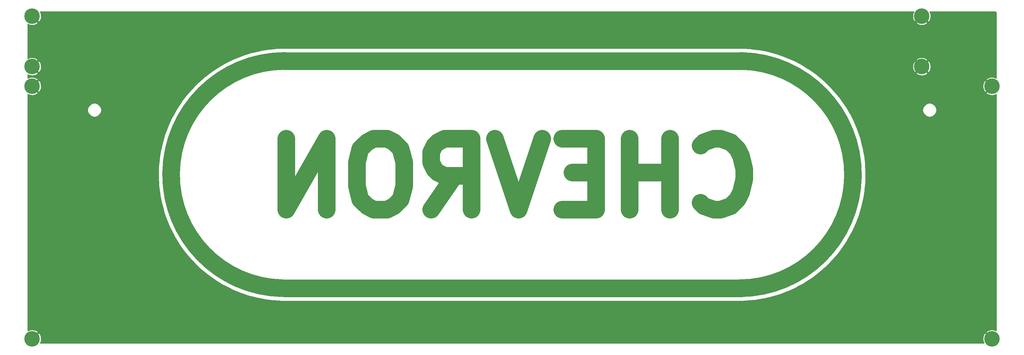
<source format=gbl>
G04 #@! TF.GenerationSoftware,KiCad,Pcbnew,(5.1.4)-1*
G04 #@! TF.CreationDate,2023-05-14T00:04:49+08:00*
G04 #@! TF.ProjectId,bottom,626f7474-6f6d-42e6-9b69-6361645f7063,rev?*
G04 #@! TF.SameCoordinates,Original*
G04 #@! TF.FileFunction,Copper,L2,Bot*
G04 #@! TF.FilePolarity,Positive*
%FSLAX46Y46*%
G04 Gerber Fmt 4.6, Leading zero omitted, Abs format (unit mm)*
G04 Created by KiCad (PCBNEW (5.1.4)-1) date 2023-05-14 00:04:49*
%MOMM*%
%LPD*%
G04 APERTURE LIST*
%ADD10C,5.000000*%
%ADD11C,0.700000*%
%ADD12C,4.400000*%
%ADD13C,0.254000*%
G04 APERTURE END LIST*
D10*
X193498875Y-69856100D02*
X64293912Y-69850176D01*
X193498875Y-5562188D02*
X64293912Y-5556264D01*
X193498875Y-5562188D02*
G75*
G02X192881736Y-69850176I-617139J-32141032D01*
G01*
X63676773Y-69844252D02*
G75*
G02X64293912Y-5556264I617139J32141032D01*
G01*
X181841842Y-45639829D02*
X182794223Y-46592210D01*
X185651366Y-47544591D01*
X187556128Y-47544591D01*
X190413271Y-46592210D01*
X192318033Y-44687448D01*
X193270414Y-42782686D01*
X194222795Y-38973162D01*
X194222795Y-36116019D01*
X193270414Y-32306495D01*
X192318033Y-30401733D01*
X190413271Y-28496972D01*
X187556128Y-27544591D01*
X185651366Y-27544591D01*
X182794223Y-28496972D01*
X181841842Y-29449352D01*
X173270414Y-47544591D02*
X173270414Y-27544591D01*
X173270414Y-37068400D02*
X161841842Y-37068400D01*
X161841842Y-47544591D02*
X161841842Y-27544591D01*
X152318033Y-37068400D02*
X145651366Y-37068400D01*
X142794223Y-47544591D02*
X152318033Y-47544591D01*
X152318033Y-27544591D01*
X142794223Y-27544591D01*
X137079938Y-27544591D02*
X130413271Y-47544591D01*
X123746604Y-27544591D01*
X105651366Y-47544591D02*
X112318033Y-38020781D01*
X117079938Y-47544591D02*
X117079938Y-27544591D01*
X109460890Y-27544591D01*
X107556128Y-28496972D01*
X106603747Y-29449352D01*
X105651366Y-31354114D01*
X105651366Y-34211257D01*
X106603747Y-36116019D01*
X107556128Y-37068400D01*
X109460890Y-38020781D01*
X117079938Y-38020781D01*
X93270414Y-27544591D02*
X89460890Y-27544591D01*
X87556128Y-28496972D01*
X85651366Y-30401733D01*
X84698985Y-34211257D01*
X84698985Y-40877924D01*
X85651366Y-44687448D01*
X87556128Y-46592210D01*
X89460890Y-47544591D01*
X93270414Y-47544591D01*
X95175176Y-46592210D01*
X97079938Y-44687448D01*
X98032319Y-40877924D01*
X98032319Y-34211257D01*
X97079938Y-30401733D01*
X95175176Y-28496972D01*
X93270414Y-27544591D01*
X76127557Y-47544591D02*
X76127557Y-27544591D01*
X64698985Y-47544591D01*
X64698985Y-27544591D01*
D11*
X245642344Y8310494D03*
X244475618Y8793768D03*
X243308892Y8310494D03*
X242825618Y7143768D03*
X243308892Y5977042D03*
X244475618Y5493768D03*
X245642344Y5977042D03*
X246125618Y7143768D03*
D12*
X244475618Y7143768D03*
D11*
X245642344Y-5977044D03*
X244475618Y-5493770D03*
X243308892Y-5977044D03*
X242825618Y-7143770D03*
X243308892Y-8310496D03*
X244475618Y-8793770D03*
X245642344Y-8310496D03*
X246125618Y-7143770D03*
D12*
X244475618Y-7143770D03*
D11*
X265486142Y-82970986D03*
X264319416Y-82487712D03*
X263152690Y-82970986D03*
X262669416Y-84137712D03*
X263152690Y-85304438D03*
X264319416Y-85787712D03*
X265486142Y-85304438D03*
X265969416Y-84137712D03*
D12*
X264319416Y-84137712D03*
D11*
X265486142Y-11533306D03*
X264319416Y-11050032D03*
X263152690Y-11533306D03*
X262669416Y-12700032D03*
X263152690Y-13866758D03*
X264319416Y-14350032D03*
X265486142Y-13866758D03*
X265969416Y-12700032D03*
D12*
X264319416Y-12700032D03*
D11*
X-5977042Y-82970986D03*
X-7143768Y-82487712D03*
X-8310494Y-82970986D03*
X-8793768Y-84137712D03*
X-8310494Y-85304438D03*
X-7143768Y-85787712D03*
X-5977042Y-85304438D03*
X-5493768Y-84137712D03*
D12*
X-7143768Y-84137712D03*
D11*
X-5977042Y-11533306D03*
X-7143768Y-11050032D03*
X-8310494Y-11533306D03*
X-8793768Y-12700032D03*
X-8310494Y-13866758D03*
X-7143768Y-14350032D03*
X-5977042Y-13866758D03*
X-5493768Y-12700032D03*
D12*
X-7143768Y-12700032D03*
D11*
X-5977042Y-5977044D03*
X-7143768Y-5493770D03*
X-8310494Y-5977044D03*
X-8793768Y-7143770D03*
X-8310494Y-8310496D03*
X-7143768Y-8793770D03*
X-5977042Y-8310496D03*
X-5493768Y-7143770D03*
D12*
X-7143768Y-7143770D03*
D11*
X-5977042Y8310494D03*
X-7143768Y8793768D03*
X-8310494Y8310494D03*
X-8793768Y7143768D03*
X-8310494Y5977042D03*
X-7143768Y5493768D03*
X-5977042Y5977042D03*
X-5493768Y7143768D03*
D12*
X-7143768Y7143768D03*
D13*
G36*
X242070015Y8112920D02*
G01*
X241927166Y7624988D01*
X241882252Y7118563D01*
X241937000Y6613107D01*
X242089306Y6128044D01*
X242305310Y5723928D01*
X242621578Y5469333D01*
X244296013Y7143768D01*
X244281871Y7157911D01*
X244461476Y7337516D01*
X244475618Y7323373D01*
X244489761Y7337516D01*
X244669366Y7157911D01*
X244655223Y7143768D01*
X246329658Y5469333D01*
X246645926Y5723928D01*
X246881221Y6174616D01*
X247024070Y6662548D01*
X247068984Y7168973D01*
X247014236Y7674429D01*
X246861930Y8159492D01*
X246747795Y8373024D01*
X265056825Y8373024D01*
X265196686Y8359310D01*
X265277020Y8335056D01*
X265351115Y8295659D01*
X265416147Y8242620D01*
X265469636Y8177963D01*
X265509551Y8104142D01*
X265534366Y8023977D01*
X265548672Y7887864D01*
X265548672Y-10430224D01*
X265288568Y-10294429D01*
X264800636Y-10151580D01*
X264294211Y-10106666D01*
X263788755Y-10161414D01*
X263303692Y-10313720D01*
X262899576Y-10529724D01*
X262644981Y-10845992D01*
X264319416Y-12520427D01*
X264333559Y-12506285D01*
X264513164Y-12685890D01*
X264499021Y-12700032D01*
X264513164Y-12714175D01*
X264333559Y-12893780D01*
X264319416Y-12879637D01*
X262644981Y-14554072D01*
X262899576Y-14870340D01*
X263350264Y-15105635D01*
X263838196Y-15248484D01*
X264344621Y-15293398D01*
X264850077Y-15238650D01*
X265335140Y-15086344D01*
X265548672Y-14972209D01*
X265548673Y-81867904D01*
X265288568Y-81732109D01*
X264800636Y-81589260D01*
X264294211Y-81544346D01*
X263788755Y-81599094D01*
X263303692Y-81751400D01*
X262899576Y-81967404D01*
X262644981Y-82283672D01*
X264319416Y-83958107D01*
X264333559Y-83943965D01*
X264513164Y-84123570D01*
X264499021Y-84137712D01*
X264513164Y-84151855D01*
X264333559Y-84331460D01*
X264319416Y-84317317D01*
X264305274Y-84331460D01*
X264125669Y-84151855D01*
X264139811Y-84137712D01*
X262465376Y-82463277D01*
X262149108Y-82717872D01*
X261913813Y-83168560D01*
X261770964Y-83656492D01*
X261726050Y-84162917D01*
X261780798Y-84668373D01*
X261933104Y-85153436D01*
X262047239Y-85366968D01*
X-4873960Y-85366968D01*
X-4738165Y-85106864D01*
X-4595316Y-84618932D01*
X-4550402Y-84112507D01*
X-4605150Y-83607051D01*
X-4757456Y-83121988D01*
X-4973460Y-82717872D01*
X-5289728Y-82463277D01*
X-6964163Y-84137712D01*
X-6950021Y-84151855D01*
X-7129626Y-84331460D01*
X-7143768Y-84317317D01*
X-7157911Y-84331460D01*
X-7337516Y-84151855D01*
X-7323373Y-84137712D01*
X-7337516Y-84123570D01*
X-7157911Y-83943965D01*
X-7143768Y-83958107D01*
X-5469333Y-82283672D01*
X-5723928Y-81967404D01*
X-6174616Y-81732109D01*
X-6662548Y-81589260D01*
X-7168973Y-81544346D01*
X-7674429Y-81599094D01*
X-8159492Y-81751400D01*
X-8373024Y-81865535D01*
X-8373024Y-38138535D01*
X28524590Y-38138535D01*
X28527898Y-38349052D01*
X28528567Y-38391662D01*
X28642088Y-40632614D01*
X28663712Y-40884850D01*
X28933278Y-43112422D01*
X28933278Y-43112425D01*
X28972445Y-43362538D01*
X29396739Y-45565864D01*
X29396742Y-45565881D01*
X29417417Y-45656153D01*
X29453261Y-45812655D01*
X29453265Y-45812669D01*
X30030222Y-47981031D01*
X30087599Y-48169881D01*
X30103816Y-48223259D01*
X30830630Y-50346109D01*
X30889357Y-50499899D01*
X30920942Y-50582613D01*
X31794068Y-52649592D01*
X31900658Y-52879221D01*
X31900664Y-52879232D01*
X32915837Y-54880247D01*
X32915842Y-54880259D01*
X32916902Y-54882179D01*
X33038190Y-55101892D01*
X33038203Y-55101913D01*
X34190475Y-57027218D01*
X34190487Y-57027240D01*
X34252382Y-57122915D01*
X34327998Y-57239800D01*
X34328008Y-57239813D01*
X35611793Y-59080076D01*
X35763796Y-59282526D01*
X35763808Y-59282540D01*
X37172822Y-61028749D01*
X37172835Y-61028767D01*
X37219994Y-61083208D01*
X37338591Y-61220120D01*
X37338605Y-61220134D01*
X38865996Y-62863803D01*
X38866009Y-62863818D01*
X39044708Y-63043142D01*
X40683066Y-64576289D01*
X40869960Y-64739327D01*
X40873838Y-64742710D01*
X42615133Y-66157822D01*
X42615150Y-66157837D01*
X42817067Y-66310545D01*
X44652838Y-67600746D01*
X44652851Y-67600756D01*
X44864929Y-67739008D01*
X46786243Y-68898019D01*
X47007449Y-69021140D01*
X49004919Y-70043297D01*
X49004930Y-70043303D01*
X49234185Y-70150694D01*
X51298105Y-71031030D01*
X51534292Y-71122167D01*
X51534301Y-71122170D01*
X53654574Y-71856379D01*
X53654591Y-71856386D01*
X53780008Y-71894969D01*
X53896563Y-71930826D01*
X53896575Y-71930829D01*
X56062912Y-72515352D01*
X56309485Y-72572732D01*
X56309513Y-72572736D01*
X58511313Y-73004713D01*
X58511335Y-73004718D01*
X58717938Y-73037810D01*
X58761309Y-73044757D01*
X58761313Y-73044757D01*
X60987929Y-73322097D01*
X61240088Y-73344602D01*
X63480629Y-73465945D01*
X63733744Y-73470805D01*
X63943276Y-73460190D01*
X64115568Y-73477167D01*
X193676886Y-73483108D01*
X194017315Y-73449594D01*
X194599923Y-73434847D01*
X194708921Y-73428276D01*
X194817953Y-73422752D01*
X197053551Y-73231093D01*
X197053577Y-73231092D01*
X197274491Y-73204358D01*
X197304906Y-73200677D01*
X197304910Y-73200676D01*
X199521686Y-72853538D01*
X199521714Y-72853535D01*
X199770308Y-72805663D01*
X201957503Y-72304728D01*
X202202152Y-72239632D01*
X202202176Y-72239624D01*
X204349064Y-71587350D01*
X204349072Y-71587348D01*
X204588584Y-71505345D01*
X206684751Y-70704896D01*
X206684776Y-70704887D01*
X206801617Y-70655531D01*
X206917985Y-70606376D01*
X206918019Y-70606359D01*
X208953208Y-69661655D01*
X208953232Y-69661645D01*
X209103013Y-69585657D01*
X209179001Y-69547106D01*
X209179013Y-69547099D01*
X211143389Y-68462705D01*
X211360618Y-68332696D01*
X213244579Y-67113907D01*
X213334277Y-67051333D01*
X213452210Y-66969062D01*
X215246562Y-65621824D01*
X215443583Y-65462848D01*
X215443597Y-65462835D01*
X217139585Y-63993725D01*
X217325036Y-63821393D01*
X218914427Y-62237541D01*
X218918500Y-62233189D01*
X219087406Y-62052692D01*
X220562441Y-60361827D01*
X220722103Y-60165362D01*
X222075588Y-58375734D01*
X222075595Y-58375725D01*
X222221164Y-58168601D01*
X223446522Y-56288907D01*
X223450586Y-56282171D01*
X223577289Y-56072132D01*
X224668540Y-54111540D01*
X224783867Y-53886172D01*
X224783868Y-53886170D01*
X225735695Y-51854237D01*
X225735697Y-51854234D01*
X225822977Y-51649609D01*
X225835020Y-51621374D01*
X225835021Y-51621370D01*
X226642790Y-49527986D01*
X226682317Y-49413840D01*
X226725628Y-49288765D01*
X227385404Y-47144133D01*
X227392445Y-47118040D01*
X227400857Y-47086862D01*
X227451354Y-46899713D01*
X227451358Y-46899694D01*
X227959919Y-44714278D01*
X227969333Y-44666296D01*
X228008658Y-44465854D01*
X228363537Y-42250270D01*
X228365846Y-42231734D01*
X228394828Y-41999052D01*
X228594292Y-39764110D01*
X228607983Y-39511319D01*
X228607983Y-39511317D01*
X228651058Y-37267905D01*
X228647081Y-37014775D01*
X228647081Y-37014771D01*
X228533560Y-34773827D01*
X228511936Y-34521590D01*
X228242370Y-32294016D01*
X228242370Y-32294015D01*
X228203203Y-32043902D01*
X227778905Y-29840558D01*
X227722387Y-29593786D01*
X227722385Y-29593779D01*
X227145426Y-27425408D01*
X227071832Y-27183180D01*
X227071829Y-27183171D01*
X226345018Y-25060331D01*
X226254706Y-24823826D01*
X226254695Y-24823802D01*
X225381580Y-22756848D01*
X225274990Y-22527219D01*
X225274984Y-22527208D01*
X224259806Y-20526182D01*
X224137458Y-20304548D01*
X223500532Y-19240323D01*
X244743714Y-19240323D01*
X244743714Y-19625677D01*
X244818893Y-20003628D01*
X244966362Y-20359649D01*
X245180453Y-20680060D01*
X245452940Y-20952547D01*
X245773351Y-21166638D01*
X246129372Y-21314107D01*
X246507323Y-21389286D01*
X246892677Y-21389286D01*
X247270628Y-21314107D01*
X247626649Y-21166638D01*
X247947060Y-20952547D01*
X248219547Y-20680060D01*
X248433638Y-20359649D01*
X248581107Y-20003628D01*
X248656286Y-19625677D01*
X248656286Y-19240323D01*
X248581107Y-18862372D01*
X248433638Y-18506351D01*
X248219547Y-18185940D01*
X247947060Y-17913453D01*
X247626649Y-17699362D01*
X247270628Y-17551893D01*
X246892677Y-17476714D01*
X246507323Y-17476714D01*
X246129372Y-17551893D01*
X245773351Y-17699362D01*
X245452940Y-17913453D01*
X245180453Y-18185940D01*
X244966362Y-18506351D01*
X244818893Y-18862372D01*
X244743714Y-19240323D01*
X223500532Y-19240323D01*
X222985173Y-18379222D01*
X222985161Y-18379200D01*
X222847650Y-18166641D01*
X221563855Y-16326364D01*
X221411852Y-16123915D01*
X220002812Y-14377673D01*
X219958654Y-14326695D01*
X219837058Y-14186321D01*
X218479335Y-12725237D01*
X261726050Y-12725237D01*
X261780798Y-13230693D01*
X261933104Y-13715756D01*
X262149108Y-14119872D01*
X262465376Y-14374467D01*
X264139811Y-12700032D01*
X262465376Y-11025597D01*
X262149108Y-11280192D01*
X261913813Y-11730880D01*
X261770964Y-12218812D01*
X261726050Y-12725237D01*
X218479335Y-12725237D01*
X218309652Y-12542637D01*
X218309639Y-12542622D01*
X218130940Y-12363298D01*
X216492583Y-10830151D01*
X216301810Y-10663729D01*
X216301807Y-10663726D01*
X214560515Y-9248618D01*
X214560498Y-9248603D01*
X214358581Y-9095895D01*
X214219021Y-8997810D01*
X242801183Y-8997810D01*
X243055778Y-9314078D01*
X243506466Y-9549373D01*
X243994398Y-9692222D01*
X244500823Y-9737136D01*
X245006279Y-9682388D01*
X245491342Y-9530082D01*
X245895458Y-9314078D01*
X246150053Y-8997810D01*
X244475618Y-7323375D01*
X242801183Y-8997810D01*
X214219021Y-8997810D01*
X212522810Y-7805694D01*
X212522797Y-7805684D01*
X212324792Y-7676607D01*
X212310718Y-7667432D01*
X212310709Y-7667427D01*
X211484417Y-7168975D01*
X241882252Y-7168975D01*
X241937000Y-7674431D01*
X242089306Y-8159494D01*
X242305310Y-8563610D01*
X242621578Y-8818205D01*
X244296013Y-7143770D01*
X244655223Y-7143770D01*
X246329658Y-8818205D01*
X246645926Y-8563610D01*
X246881221Y-8112922D01*
X247024070Y-7624990D01*
X247068984Y-7118565D01*
X247014236Y-6613109D01*
X246861930Y-6128046D01*
X246645926Y-5723930D01*
X246329658Y-5469335D01*
X244655223Y-7143770D01*
X244296013Y-7143770D01*
X242621578Y-5469335D01*
X242305310Y-5723930D01*
X242070015Y-6174618D01*
X241927166Y-6662550D01*
X241882252Y-7168975D01*
X211484417Y-7168975D01*
X210389405Y-6508421D01*
X210168200Y-6385300D01*
X210168188Y-6385294D01*
X208170729Y-5363143D01*
X208170718Y-5363137D01*
X208014010Y-5289730D01*
X242801183Y-5289730D01*
X244475618Y-6964165D01*
X246150053Y-5289730D01*
X245895458Y-4973462D01*
X245444770Y-4738167D01*
X244956838Y-4595318D01*
X244450413Y-4550404D01*
X243944957Y-4605152D01*
X243459894Y-4757458D01*
X243055778Y-4973462D01*
X242801183Y-5289730D01*
X208014010Y-5289730D01*
X207998240Y-5282343D01*
X207941462Y-5255746D01*
X207941448Y-5255741D01*
X205877544Y-4375410D01*
X205641356Y-4284273D01*
X203521074Y-3550061D01*
X203521057Y-3550054D01*
X203381175Y-3507021D01*
X203279086Y-3475614D01*
X203279066Y-3475609D01*
X201112743Y-2891090D01*
X201112736Y-2891088D01*
X201060241Y-2878872D01*
X200866163Y-2833708D01*
X200866135Y-2833704D01*
X198664341Y-2401728D01*
X198664314Y-2401722D01*
X198414339Y-2361683D01*
X196187719Y-2084343D01*
X195935561Y-2061838D01*
X195935559Y-2061838D01*
X193774878Y-1944820D01*
X193677219Y-1935197D01*
X64115901Y-1929256D01*
X64070071Y-1933768D01*
X62575725Y-1971593D01*
X62466721Y-1978165D01*
X62357696Y-1983688D01*
X60122097Y-2175347D01*
X60122071Y-2175348D01*
X60011614Y-2188715D01*
X59870743Y-2205762D01*
X59870711Y-2205768D01*
X57653962Y-2552902D01*
X57653934Y-2552905D01*
X57405340Y-2600777D01*
X55218158Y-3101709D01*
X55218149Y-3101711D01*
X55213275Y-3103008D01*
X54973497Y-3166808D01*
X54973473Y-3166816D01*
X52826584Y-3819090D01*
X52826576Y-3819092D01*
X52587064Y-3901095D01*
X50490872Y-4701553D01*
X50257664Y-4800064D01*
X50257641Y-4800076D01*
X48222440Y-5744785D01*
X48222416Y-5744795D01*
X48089377Y-5812290D01*
X47996647Y-5859334D01*
X47996635Y-5859341D01*
X46032259Y-6943735D01*
X45815030Y-7073744D01*
X43931069Y-8292533D01*
X43723439Y-8437378D01*
X41929086Y-9784616D01*
X41732065Y-9943592D01*
X41732051Y-9943605D01*
X40036066Y-11412713D01*
X40036064Y-11412715D01*
X39850612Y-11585047D01*
X38261221Y-13168899D01*
X38088243Y-13353747D01*
X38088233Y-13353759D01*
X36613207Y-15044613D01*
X36453544Y-15241078D01*
X36453531Y-15241097D01*
X35100052Y-17030717D01*
X35060658Y-17086769D01*
X34954484Y-17237839D01*
X33729130Y-19117527D01*
X33729125Y-19117534D01*
X33694260Y-19175330D01*
X33598359Y-19334307D01*
X33598353Y-19334319D01*
X32507115Y-21294887D01*
X32507108Y-21294899D01*
X32477131Y-21353480D01*
X32391781Y-21520267D01*
X32391776Y-21520280D01*
X31439952Y-23552204D01*
X31439951Y-23552206D01*
X31340627Y-23785069D01*
X30532861Y-25878447D01*
X30532859Y-25878451D01*
X30450020Y-26117675D01*
X29790244Y-28262307D01*
X29724294Y-28506727D01*
X29724290Y-28506746D01*
X29215731Y-30692155D01*
X29215729Y-30692161D01*
X29166990Y-30940586D01*
X28812113Y-33156159D01*
X28812111Y-33156168D01*
X28780820Y-33407388D01*
X28581356Y-35642330D01*
X28571303Y-35827944D01*
X28567665Y-35895124D01*
X28524590Y-38138535D01*
X-8373024Y-38138535D01*
X-8373024Y-19240323D01*
X8518714Y-19240323D01*
X8518714Y-19625677D01*
X8593893Y-20003628D01*
X8741362Y-20359649D01*
X8955453Y-20680060D01*
X9227940Y-20952547D01*
X9548351Y-21166638D01*
X9904372Y-21314107D01*
X10282323Y-21389286D01*
X10667677Y-21389286D01*
X11045628Y-21314107D01*
X11401649Y-21166638D01*
X11722060Y-20952547D01*
X11994547Y-20680060D01*
X12208638Y-20359649D01*
X12356107Y-20003628D01*
X12431286Y-19625677D01*
X12431286Y-19240323D01*
X12356107Y-18862372D01*
X12208638Y-18506351D01*
X11994547Y-18185940D01*
X11722060Y-17913453D01*
X11401649Y-17699362D01*
X11045628Y-17551893D01*
X10667677Y-17476714D01*
X10282323Y-17476714D01*
X9904372Y-17551893D01*
X9548351Y-17699362D01*
X9227940Y-17913453D01*
X8955453Y-18185940D01*
X8741362Y-18506351D01*
X8593893Y-18862372D01*
X8518714Y-19240323D01*
X-8373024Y-19240323D01*
X-8373024Y-14969840D01*
X-8112920Y-15105635D01*
X-7624988Y-15248484D01*
X-7118563Y-15293398D01*
X-6613107Y-15238650D01*
X-6128044Y-15086344D01*
X-5723928Y-14870340D01*
X-5469333Y-14554072D01*
X-7143768Y-12879637D01*
X-7157911Y-12893780D01*
X-7337516Y-12714175D01*
X-7323373Y-12700032D01*
X-6964163Y-12700032D01*
X-5289728Y-14374467D01*
X-4973460Y-14119872D01*
X-4738165Y-13669184D01*
X-4595316Y-13181252D01*
X-4550402Y-12674827D01*
X-4605150Y-12169371D01*
X-4757456Y-11684308D01*
X-4973460Y-11280192D01*
X-5289728Y-11025597D01*
X-6964163Y-12700032D01*
X-7323373Y-12700032D01*
X-7337516Y-12685890D01*
X-7157911Y-12506285D01*
X-7143768Y-12520427D01*
X-5469333Y-10845992D01*
X-5723928Y-10529724D01*
X-6174616Y-10294429D01*
X-6662548Y-10151580D01*
X-7168973Y-10106666D01*
X-7674429Y-10161414D01*
X-8159492Y-10313720D01*
X-8373024Y-10427855D01*
X-8373024Y-9413578D01*
X-8112920Y-9549373D01*
X-7624988Y-9692222D01*
X-7118563Y-9737136D01*
X-6613107Y-9682388D01*
X-6128044Y-9530082D01*
X-5723928Y-9314078D01*
X-5469333Y-8997810D01*
X-7143768Y-7323375D01*
X-7157911Y-7337518D01*
X-7337516Y-7157913D01*
X-7323373Y-7143770D01*
X-6964163Y-7143770D01*
X-5289728Y-8818205D01*
X-4973460Y-8563610D01*
X-4738165Y-8112922D01*
X-4595316Y-7624990D01*
X-4550402Y-7118565D01*
X-4605150Y-6613109D01*
X-4757456Y-6128046D01*
X-4973460Y-5723930D01*
X-5289728Y-5469335D01*
X-6964163Y-7143770D01*
X-7323373Y-7143770D01*
X-7337516Y-7129628D01*
X-7157911Y-6950023D01*
X-7143768Y-6964165D01*
X-5469333Y-5289730D01*
X-5723928Y-4973462D01*
X-6174616Y-4738167D01*
X-6662548Y-4595318D01*
X-7168973Y-4550404D01*
X-7674429Y-4605152D01*
X-8159492Y-4757458D01*
X-8373024Y-4871593D01*
X-8373024Y4873960D01*
X-8112920Y4738165D01*
X-7624988Y4595316D01*
X-7118563Y4550402D01*
X-6613107Y4605150D01*
X-6128044Y4757456D01*
X-5723928Y4973460D01*
X-5469333Y5289728D01*
X242801183Y5289728D01*
X243055778Y4973460D01*
X243506466Y4738165D01*
X243994398Y4595316D01*
X244500823Y4550402D01*
X245006279Y4605150D01*
X245491342Y4757456D01*
X245895458Y4973460D01*
X246150053Y5289728D01*
X244475618Y6964163D01*
X242801183Y5289728D01*
X-5469333Y5289728D01*
X-7143768Y6964163D01*
X-7157911Y6950021D01*
X-7337516Y7129626D01*
X-7323373Y7143768D01*
X-7337516Y7157911D01*
X-7157911Y7337516D01*
X-7143768Y7323373D01*
X-7129626Y7337516D01*
X-6950021Y7157911D01*
X-6964163Y7143768D01*
X-5289728Y5469333D01*
X-4973460Y5723928D01*
X-4738165Y6174616D01*
X-4595316Y6662548D01*
X-4550402Y7168973D01*
X-4605150Y7674429D01*
X-4757456Y8159492D01*
X-4871591Y8373024D01*
X242205810Y8373024D01*
X242070015Y8112920D01*
X242070015Y8112920D01*
G37*
X242070015Y8112920D02*
X241927166Y7624988D01*
X241882252Y7118563D01*
X241937000Y6613107D01*
X242089306Y6128044D01*
X242305310Y5723928D01*
X242621578Y5469333D01*
X244296013Y7143768D01*
X244281871Y7157911D01*
X244461476Y7337516D01*
X244475618Y7323373D01*
X244489761Y7337516D01*
X244669366Y7157911D01*
X244655223Y7143768D01*
X246329658Y5469333D01*
X246645926Y5723928D01*
X246881221Y6174616D01*
X247024070Y6662548D01*
X247068984Y7168973D01*
X247014236Y7674429D01*
X246861930Y8159492D01*
X246747795Y8373024D01*
X265056825Y8373024D01*
X265196686Y8359310D01*
X265277020Y8335056D01*
X265351115Y8295659D01*
X265416147Y8242620D01*
X265469636Y8177963D01*
X265509551Y8104142D01*
X265534366Y8023977D01*
X265548672Y7887864D01*
X265548672Y-10430224D01*
X265288568Y-10294429D01*
X264800636Y-10151580D01*
X264294211Y-10106666D01*
X263788755Y-10161414D01*
X263303692Y-10313720D01*
X262899576Y-10529724D01*
X262644981Y-10845992D01*
X264319416Y-12520427D01*
X264333559Y-12506285D01*
X264513164Y-12685890D01*
X264499021Y-12700032D01*
X264513164Y-12714175D01*
X264333559Y-12893780D01*
X264319416Y-12879637D01*
X262644981Y-14554072D01*
X262899576Y-14870340D01*
X263350264Y-15105635D01*
X263838196Y-15248484D01*
X264344621Y-15293398D01*
X264850077Y-15238650D01*
X265335140Y-15086344D01*
X265548672Y-14972209D01*
X265548673Y-81867904D01*
X265288568Y-81732109D01*
X264800636Y-81589260D01*
X264294211Y-81544346D01*
X263788755Y-81599094D01*
X263303692Y-81751400D01*
X262899576Y-81967404D01*
X262644981Y-82283672D01*
X264319416Y-83958107D01*
X264333559Y-83943965D01*
X264513164Y-84123570D01*
X264499021Y-84137712D01*
X264513164Y-84151855D01*
X264333559Y-84331460D01*
X264319416Y-84317317D01*
X264305274Y-84331460D01*
X264125669Y-84151855D01*
X264139811Y-84137712D01*
X262465376Y-82463277D01*
X262149108Y-82717872D01*
X261913813Y-83168560D01*
X261770964Y-83656492D01*
X261726050Y-84162917D01*
X261780798Y-84668373D01*
X261933104Y-85153436D01*
X262047239Y-85366968D01*
X-4873960Y-85366968D01*
X-4738165Y-85106864D01*
X-4595316Y-84618932D01*
X-4550402Y-84112507D01*
X-4605150Y-83607051D01*
X-4757456Y-83121988D01*
X-4973460Y-82717872D01*
X-5289728Y-82463277D01*
X-6964163Y-84137712D01*
X-6950021Y-84151855D01*
X-7129626Y-84331460D01*
X-7143768Y-84317317D01*
X-7157911Y-84331460D01*
X-7337516Y-84151855D01*
X-7323373Y-84137712D01*
X-7337516Y-84123570D01*
X-7157911Y-83943965D01*
X-7143768Y-83958107D01*
X-5469333Y-82283672D01*
X-5723928Y-81967404D01*
X-6174616Y-81732109D01*
X-6662548Y-81589260D01*
X-7168973Y-81544346D01*
X-7674429Y-81599094D01*
X-8159492Y-81751400D01*
X-8373024Y-81865535D01*
X-8373024Y-38138535D01*
X28524590Y-38138535D01*
X28527898Y-38349052D01*
X28528567Y-38391662D01*
X28642088Y-40632614D01*
X28663712Y-40884850D01*
X28933278Y-43112422D01*
X28933278Y-43112425D01*
X28972445Y-43362538D01*
X29396739Y-45565864D01*
X29396742Y-45565881D01*
X29417417Y-45656153D01*
X29453261Y-45812655D01*
X29453265Y-45812669D01*
X30030222Y-47981031D01*
X30087599Y-48169881D01*
X30103816Y-48223259D01*
X30830630Y-50346109D01*
X30889357Y-50499899D01*
X30920942Y-50582613D01*
X31794068Y-52649592D01*
X31900658Y-52879221D01*
X31900664Y-52879232D01*
X32915837Y-54880247D01*
X32915842Y-54880259D01*
X32916902Y-54882179D01*
X33038190Y-55101892D01*
X33038203Y-55101913D01*
X34190475Y-57027218D01*
X34190487Y-57027240D01*
X34252382Y-57122915D01*
X34327998Y-57239800D01*
X34328008Y-57239813D01*
X35611793Y-59080076D01*
X35763796Y-59282526D01*
X35763808Y-59282540D01*
X37172822Y-61028749D01*
X37172835Y-61028767D01*
X37219994Y-61083208D01*
X37338591Y-61220120D01*
X37338605Y-61220134D01*
X38865996Y-62863803D01*
X38866009Y-62863818D01*
X39044708Y-63043142D01*
X40683066Y-64576289D01*
X40869960Y-64739327D01*
X40873838Y-64742710D01*
X42615133Y-66157822D01*
X42615150Y-66157837D01*
X42817067Y-66310545D01*
X44652838Y-67600746D01*
X44652851Y-67600756D01*
X44864929Y-67739008D01*
X46786243Y-68898019D01*
X47007449Y-69021140D01*
X49004919Y-70043297D01*
X49004930Y-70043303D01*
X49234185Y-70150694D01*
X51298105Y-71031030D01*
X51534292Y-71122167D01*
X51534301Y-71122170D01*
X53654574Y-71856379D01*
X53654591Y-71856386D01*
X53780008Y-71894969D01*
X53896563Y-71930826D01*
X53896575Y-71930829D01*
X56062912Y-72515352D01*
X56309485Y-72572732D01*
X56309513Y-72572736D01*
X58511313Y-73004713D01*
X58511335Y-73004718D01*
X58717938Y-73037810D01*
X58761309Y-73044757D01*
X58761313Y-73044757D01*
X60987929Y-73322097D01*
X61240088Y-73344602D01*
X63480629Y-73465945D01*
X63733744Y-73470805D01*
X63943276Y-73460190D01*
X64115568Y-73477167D01*
X193676886Y-73483108D01*
X194017315Y-73449594D01*
X194599923Y-73434847D01*
X194708921Y-73428276D01*
X194817953Y-73422752D01*
X197053551Y-73231093D01*
X197053577Y-73231092D01*
X197274491Y-73204358D01*
X197304906Y-73200677D01*
X197304910Y-73200676D01*
X199521686Y-72853538D01*
X199521714Y-72853535D01*
X199770308Y-72805663D01*
X201957503Y-72304728D01*
X202202152Y-72239632D01*
X202202176Y-72239624D01*
X204349064Y-71587350D01*
X204349072Y-71587348D01*
X204588584Y-71505345D01*
X206684751Y-70704896D01*
X206684776Y-70704887D01*
X206801617Y-70655531D01*
X206917985Y-70606376D01*
X206918019Y-70606359D01*
X208953208Y-69661655D01*
X208953232Y-69661645D01*
X209103013Y-69585657D01*
X209179001Y-69547106D01*
X209179013Y-69547099D01*
X211143389Y-68462705D01*
X211360618Y-68332696D01*
X213244579Y-67113907D01*
X213334277Y-67051333D01*
X213452210Y-66969062D01*
X215246562Y-65621824D01*
X215443583Y-65462848D01*
X215443597Y-65462835D01*
X217139585Y-63993725D01*
X217325036Y-63821393D01*
X218914427Y-62237541D01*
X218918500Y-62233189D01*
X219087406Y-62052692D01*
X220562441Y-60361827D01*
X220722103Y-60165362D01*
X222075588Y-58375734D01*
X222075595Y-58375725D01*
X222221164Y-58168601D01*
X223446522Y-56288907D01*
X223450586Y-56282171D01*
X223577289Y-56072132D01*
X224668540Y-54111540D01*
X224783867Y-53886172D01*
X224783868Y-53886170D01*
X225735695Y-51854237D01*
X225735697Y-51854234D01*
X225822977Y-51649609D01*
X225835020Y-51621374D01*
X225835021Y-51621370D01*
X226642790Y-49527986D01*
X226682317Y-49413840D01*
X226725628Y-49288765D01*
X227385404Y-47144133D01*
X227392445Y-47118040D01*
X227400857Y-47086862D01*
X227451354Y-46899713D01*
X227451358Y-46899694D01*
X227959919Y-44714278D01*
X227969333Y-44666296D01*
X228008658Y-44465854D01*
X228363537Y-42250270D01*
X228365846Y-42231734D01*
X228394828Y-41999052D01*
X228594292Y-39764110D01*
X228607983Y-39511319D01*
X228607983Y-39511317D01*
X228651058Y-37267905D01*
X228647081Y-37014775D01*
X228647081Y-37014771D01*
X228533560Y-34773827D01*
X228511936Y-34521590D01*
X228242370Y-32294016D01*
X228242370Y-32294015D01*
X228203203Y-32043902D01*
X227778905Y-29840558D01*
X227722387Y-29593786D01*
X227722385Y-29593779D01*
X227145426Y-27425408D01*
X227071832Y-27183180D01*
X227071829Y-27183171D01*
X226345018Y-25060331D01*
X226254706Y-24823826D01*
X226254695Y-24823802D01*
X225381580Y-22756848D01*
X225274990Y-22527219D01*
X225274984Y-22527208D01*
X224259806Y-20526182D01*
X224137458Y-20304548D01*
X223500532Y-19240323D01*
X244743714Y-19240323D01*
X244743714Y-19625677D01*
X244818893Y-20003628D01*
X244966362Y-20359649D01*
X245180453Y-20680060D01*
X245452940Y-20952547D01*
X245773351Y-21166638D01*
X246129372Y-21314107D01*
X246507323Y-21389286D01*
X246892677Y-21389286D01*
X247270628Y-21314107D01*
X247626649Y-21166638D01*
X247947060Y-20952547D01*
X248219547Y-20680060D01*
X248433638Y-20359649D01*
X248581107Y-20003628D01*
X248656286Y-19625677D01*
X248656286Y-19240323D01*
X248581107Y-18862372D01*
X248433638Y-18506351D01*
X248219547Y-18185940D01*
X247947060Y-17913453D01*
X247626649Y-17699362D01*
X247270628Y-17551893D01*
X246892677Y-17476714D01*
X246507323Y-17476714D01*
X246129372Y-17551893D01*
X245773351Y-17699362D01*
X245452940Y-17913453D01*
X245180453Y-18185940D01*
X244966362Y-18506351D01*
X244818893Y-18862372D01*
X244743714Y-19240323D01*
X223500532Y-19240323D01*
X222985173Y-18379222D01*
X222985161Y-18379200D01*
X222847650Y-18166641D01*
X221563855Y-16326364D01*
X221411852Y-16123915D01*
X220002812Y-14377673D01*
X219958654Y-14326695D01*
X219837058Y-14186321D01*
X218479335Y-12725237D01*
X261726050Y-12725237D01*
X261780798Y-13230693D01*
X261933104Y-13715756D01*
X262149108Y-14119872D01*
X262465376Y-14374467D01*
X264139811Y-12700032D01*
X262465376Y-11025597D01*
X262149108Y-11280192D01*
X261913813Y-11730880D01*
X261770964Y-12218812D01*
X261726050Y-12725237D01*
X218479335Y-12725237D01*
X218309652Y-12542637D01*
X218309639Y-12542622D01*
X218130940Y-12363298D01*
X216492583Y-10830151D01*
X216301810Y-10663729D01*
X216301807Y-10663726D01*
X214560515Y-9248618D01*
X214560498Y-9248603D01*
X214358581Y-9095895D01*
X214219021Y-8997810D01*
X242801183Y-8997810D01*
X243055778Y-9314078D01*
X243506466Y-9549373D01*
X243994398Y-9692222D01*
X244500823Y-9737136D01*
X245006279Y-9682388D01*
X245491342Y-9530082D01*
X245895458Y-9314078D01*
X246150053Y-8997810D01*
X244475618Y-7323375D01*
X242801183Y-8997810D01*
X214219021Y-8997810D01*
X212522810Y-7805694D01*
X212522797Y-7805684D01*
X212324792Y-7676607D01*
X212310718Y-7667432D01*
X212310709Y-7667427D01*
X211484417Y-7168975D01*
X241882252Y-7168975D01*
X241937000Y-7674431D01*
X242089306Y-8159494D01*
X242305310Y-8563610D01*
X242621578Y-8818205D01*
X244296013Y-7143770D01*
X244655223Y-7143770D01*
X246329658Y-8818205D01*
X246645926Y-8563610D01*
X246881221Y-8112922D01*
X247024070Y-7624990D01*
X247068984Y-7118565D01*
X247014236Y-6613109D01*
X246861930Y-6128046D01*
X246645926Y-5723930D01*
X246329658Y-5469335D01*
X244655223Y-7143770D01*
X244296013Y-7143770D01*
X242621578Y-5469335D01*
X242305310Y-5723930D01*
X242070015Y-6174618D01*
X241927166Y-6662550D01*
X241882252Y-7168975D01*
X211484417Y-7168975D01*
X210389405Y-6508421D01*
X210168200Y-6385300D01*
X210168188Y-6385294D01*
X208170729Y-5363143D01*
X208170718Y-5363137D01*
X208014010Y-5289730D01*
X242801183Y-5289730D01*
X244475618Y-6964165D01*
X246150053Y-5289730D01*
X245895458Y-4973462D01*
X245444770Y-4738167D01*
X244956838Y-4595318D01*
X244450413Y-4550404D01*
X243944957Y-4605152D01*
X243459894Y-4757458D01*
X243055778Y-4973462D01*
X242801183Y-5289730D01*
X208014010Y-5289730D01*
X207998240Y-5282343D01*
X207941462Y-5255746D01*
X207941448Y-5255741D01*
X205877544Y-4375410D01*
X205641356Y-4284273D01*
X203521074Y-3550061D01*
X203521057Y-3550054D01*
X203381175Y-3507021D01*
X203279086Y-3475614D01*
X203279066Y-3475609D01*
X201112743Y-2891090D01*
X201112736Y-2891088D01*
X201060241Y-2878872D01*
X200866163Y-2833708D01*
X200866135Y-2833704D01*
X198664341Y-2401728D01*
X198664314Y-2401722D01*
X198414339Y-2361683D01*
X196187719Y-2084343D01*
X195935561Y-2061838D01*
X195935559Y-2061838D01*
X193774878Y-1944820D01*
X193677219Y-1935197D01*
X64115901Y-1929256D01*
X64070071Y-1933768D01*
X62575725Y-1971593D01*
X62466721Y-1978165D01*
X62357696Y-1983688D01*
X60122097Y-2175347D01*
X60122071Y-2175348D01*
X60011614Y-2188715D01*
X59870743Y-2205762D01*
X59870711Y-2205768D01*
X57653962Y-2552902D01*
X57653934Y-2552905D01*
X57405340Y-2600777D01*
X55218158Y-3101709D01*
X55218149Y-3101711D01*
X55213275Y-3103008D01*
X54973497Y-3166808D01*
X54973473Y-3166816D01*
X52826584Y-3819090D01*
X52826576Y-3819092D01*
X52587064Y-3901095D01*
X50490872Y-4701553D01*
X50257664Y-4800064D01*
X50257641Y-4800076D01*
X48222440Y-5744785D01*
X48222416Y-5744795D01*
X48089377Y-5812290D01*
X47996647Y-5859334D01*
X47996635Y-5859341D01*
X46032259Y-6943735D01*
X45815030Y-7073744D01*
X43931069Y-8292533D01*
X43723439Y-8437378D01*
X41929086Y-9784616D01*
X41732065Y-9943592D01*
X41732051Y-9943605D01*
X40036066Y-11412713D01*
X40036064Y-11412715D01*
X39850612Y-11585047D01*
X38261221Y-13168899D01*
X38088243Y-13353747D01*
X38088233Y-13353759D01*
X36613207Y-15044613D01*
X36453544Y-15241078D01*
X36453531Y-15241097D01*
X35100052Y-17030717D01*
X35060658Y-17086769D01*
X34954484Y-17237839D01*
X33729130Y-19117527D01*
X33729125Y-19117534D01*
X33694260Y-19175330D01*
X33598359Y-19334307D01*
X33598353Y-19334319D01*
X32507115Y-21294887D01*
X32507108Y-21294899D01*
X32477131Y-21353480D01*
X32391781Y-21520267D01*
X32391776Y-21520280D01*
X31439952Y-23552204D01*
X31439951Y-23552206D01*
X31340627Y-23785069D01*
X30532861Y-25878447D01*
X30532859Y-25878451D01*
X30450020Y-26117675D01*
X29790244Y-28262307D01*
X29724294Y-28506727D01*
X29724290Y-28506746D01*
X29215731Y-30692155D01*
X29215729Y-30692161D01*
X29166990Y-30940586D01*
X28812113Y-33156159D01*
X28812111Y-33156168D01*
X28780820Y-33407388D01*
X28581356Y-35642330D01*
X28571303Y-35827944D01*
X28567665Y-35895124D01*
X28524590Y-38138535D01*
X-8373024Y-38138535D01*
X-8373024Y-19240323D01*
X8518714Y-19240323D01*
X8518714Y-19625677D01*
X8593893Y-20003628D01*
X8741362Y-20359649D01*
X8955453Y-20680060D01*
X9227940Y-20952547D01*
X9548351Y-21166638D01*
X9904372Y-21314107D01*
X10282323Y-21389286D01*
X10667677Y-21389286D01*
X11045628Y-21314107D01*
X11401649Y-21166638D01*
X11722060Y-20952547D01*
X11994547Y-20680060D01*
X12208638Y-20359649D01*
X12356107Y-20003628D01*
X12431286Y-19625677D01*
X12431286Y-19240323D01*
X12356107Y-18862372D01*
X12208638Y-18506351D01*
X11994547Y-18185940D01*
X11722060Y-17913453D01*
X11401649Y-17699362D01*
X11045628Y-17551893D01*
X10667677Y-17476714D01*
X10282323Y-17476714D01*
X9904372Y-17551893D01*
X9548351Y-17699362D01*
X9227940Y-17913453D01*
X8955453Y-18185940D01*
X8741362Y-18506351D01*
X8593893Y-18862372D01*
X8518714Y-19240323D01*
X-8373024Y-19240323D01*
X-8373024Y-14969840D01*
X-8112920Y-15105635D01*
X-7624988Y-15248484D01*
X-7118563Y-15293398D01*
X-6613107Y-15238650D01*
X-6128044Y-15086344D01*
X-5723928Y-14870340D01*
X-5469333Y-14554072D01*
X-7143768Y-12879637D01*
X-7157911Y-12893780D01*
X-7337516Y-12714175D01*
X-7323373Y-12700032D01*
X-6964163Y-12700032D01*
X-5289728Y-14374467D01*
X-4973460Y-14119872D01*
X-4738165Y-13669184D01*
X-4595316Y-13181252D01*
X-4550402Y-12674827D01*
X-4605150Y-12169371D01*
X-4757456Y-11684308D01*
X-4973460Y-11280192D01*
X-5289728Y-11025597D01*
X-6964163Y-12700032D01*
X-7323373Y-12700032D01*
X-7337516Y-12685890D01*
X-7157911Y-12506285D01*
X-7143768Y-12520427D01*
X-5469333Y-10845992D01*
X-5723928Y-10529724D01*
X-6174616Y-10294429D01*
X-6662548Y-10151580D01*
X-7168973Y-10106666D01*
X-7674429Y-10161414D01*
X-8159492Y-10313720D01*
X-8373024Y-10427855D01*
X-8373024Y-9413578D01*
X-8112920Y-9549373D01*
X-7624988Y-9692222D01*
X-7118563Y-9737136D01*
X-6613107Y-9682388D01*
X-6128044Y-9530082D01*
X-5723928Y-9314078D01*
X-5469333Y-8997810D01*
X-7143768Y-7323375D01*
X-7157911Y-7337518D01*
X-7337516Y-7157913D01*
X-7323373Y-7143770D01*
X-6964163Y-7143770D01*
X-5289728Y-8818205D01*
X-4973460Y-8563610D01*
X-4738165Y-8112922D01*
X-4595316Y-7624990D01*
X-4550402Y-7118565D01*
X-4605150Y-6613109D01*
X-4757456Y-6128046D01*
X-4973460Y-5723930D01*
X-5289728Y-5469335D01*
X-6964163Y-7143770D01*
X-7323373Y-7143770D01*
X-7337516Y-7129628D01*
X-7157911Y-6950023D01*
X-7143768Y-6964165D01*
X-5469333Y-5289730D01*
X-5723928Y-4973462D01*
X-6174616Y-4738167D01*
X-6662548Y-4595318D01*
X-7168973Y-4550404D01*
X-7674429Y-4605152D01*
X-8159492Y-4757458D01*
X-8373024Y-4871593D01*
X-8373024Y4873960D01*
X-8112920Y4738165D01*
X-7624988Y4595316D01*
X-7118563Y4550402D01*
X-6613107Y4605150D01*
X-6128044Y4757456D01*
X-5723928Y4973460D01*
X-5469333Y5289728D01*
X242801183Y5289728D01*
X243055778Y4973460D01*
X243506466Y4738165D01*
X243994398Y4595316D01*
X244500823Y4550402D01*
X245006279Y4605150D01*
X245491342Y4757456D01*
X245895458Y4973460D01*
X246150053Y5289728D01*
X244475618Y6964163D01*
X242801183Y5289728D01*
X-5469333Y5289728D01*
X-7143768Y6964163D01*
X-7157911Y6950021D01*
X-7337516Y7129626D01*
X-7323373Y7143768D01*
X-7337516Y7157911D01*
X-7157911Y7337516D01*
X-7143768Y7323373D01*
X-7129626Y7337516D01*
X-6950021Y7157911D01*
X-6964163Y7143768D01*
X-5289728Y5469333D01*
X-4973460Y5723928D01*
X-4738165Y6174616D01*
X-4595316Y6662548D01*
X-4550402Y7168973D01*
X-4605150Y7674429D01*
X-4757456Y8159492D01*
X-4871591Y8373024D01*
X242205810Y8373024D01*
X242070015Y8112920D01*
M02*

</source>
